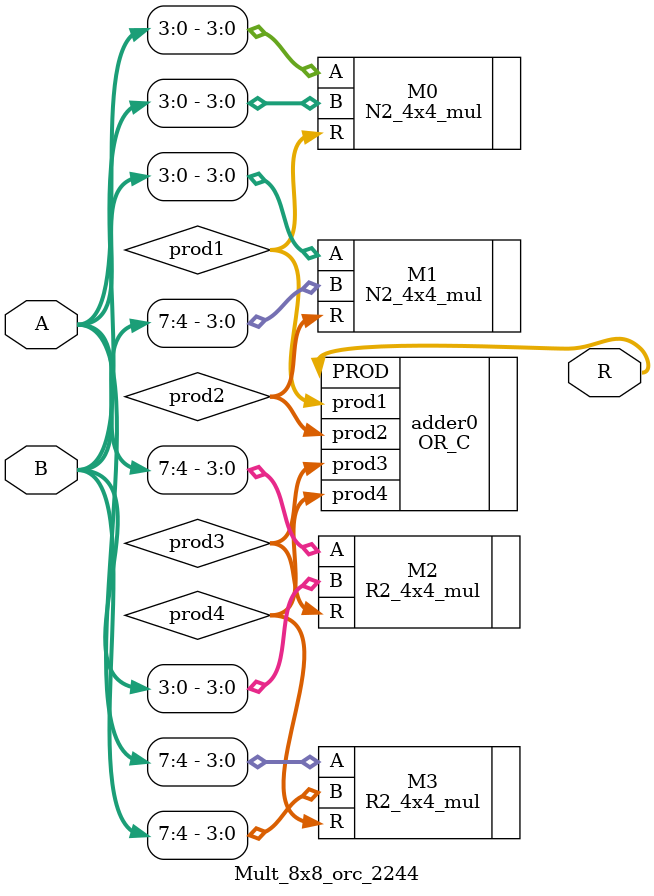
<source format=v>
module Mult_8x8_orc_2244(
input [7:0] A,
input [7:0] B,
output [15:0]R
);
wire [7:0]prod1;
wire [7:0]prod2;
wire [7:0]prod3;
wire [7:0]prod4;

N2_4x4_mul M0(.A(A[3:0]),.B(B[3:0]),.R(prod1));
N2_4x4_mul M1(.A(A[3:0]),.B(B[7:4]),.R(prod2));
R2_4x4_mul M2(.A(A[7:4]),.B(B[3:0]),.R(prod3));
R2_4x4_mul M3(.A(A[7:4]),.B(B[7:4]),.R(prod4));
OR_C adder0(.prod1(prod1),.prod2(prod2),.prod3(prod3),.prod4(prod4),.PROD(R));
endmodule

</source>
